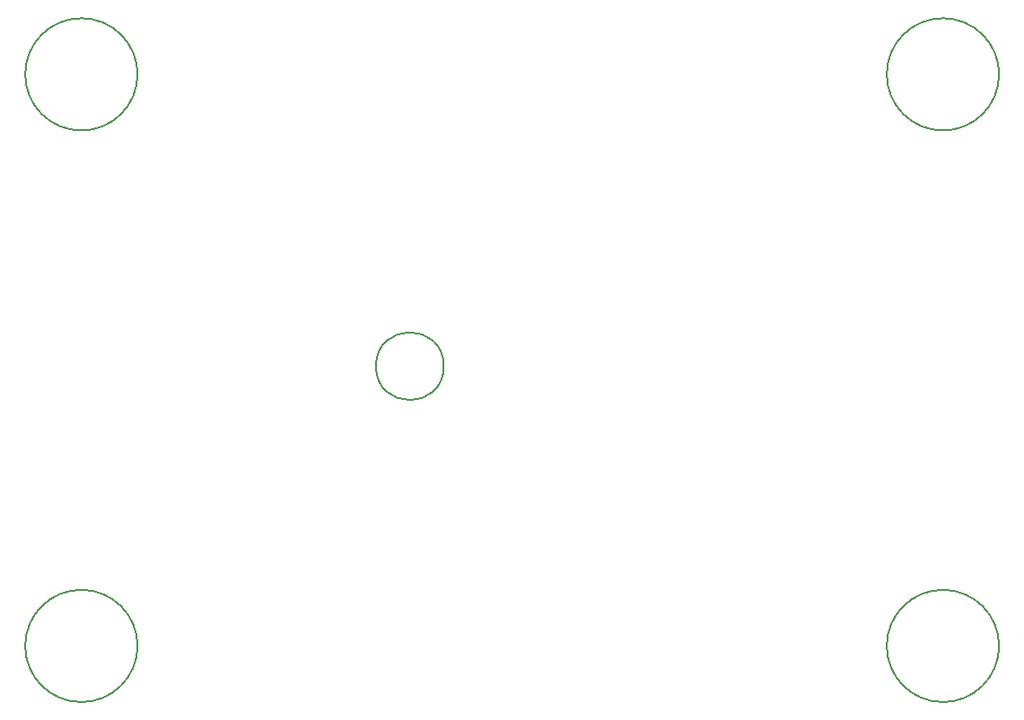
<source format=gbr>
%TF.GenerationSoftware,KiCad,Pcbnew,7.0.7*%
%TF.CreationDate,2023-09-30T12:21:39+02:00*%
%TF.ProjectId,LEDs,4c454473-2e6b-4696-9361-645f70636258,rev?*%
%TF.SameCoordinates,Original*%
%TF.FileFunction,Other,Comment*%
%FSLAX46Y46*%
G04 Gerber Fmt 4.6, Leading zero omitted, Abs format (unit mm)*
G04 Created by KiCad (PCBNEW 7.0.7) date 2023-09-30 12:21:39*
%MOMM*%
%LPD*%
G01*
G04 APERTURE LIST*
%ADD10C,0.150000*%
G04 APERTURE END LIST*
D10*
%TO.C,H5*%
X96418000Y-103124000D02*
G75*
G03*
X96418000Y-103124000I-3200000J0D01*
G01*
%TO.C,H3*%
X148810000Y-75565000D02*
G75*
G03*
X148810000Y-75565000I-5300000J0D01*
G01*
%TO.C,H4*%
X148810000Y-129540000D02*
G75*
G03*
X148810000Y-129540000I-5300000J0D01*
G01*
%TO.C,H1*%
X67530000Y-75565000D02*
G75*
G03*
X67530000Y-75565000I-5300000J0D01*
G01*
%TO.C,H2*%
X67530000Y-129540000D02*
G75*
G03*
X67530000Y-129540000I-5300000J0D01*
G01*
%TD*%
M02*

</source>
